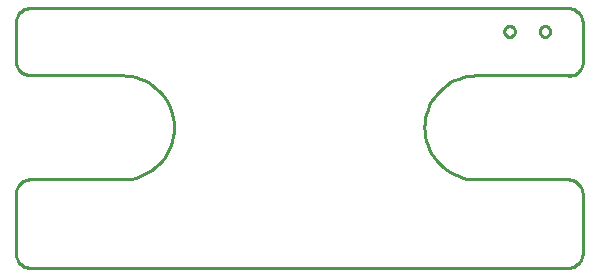
<source format=gbr>
G04 EAGLE Gerber RS-274X export*
G75*
%MOMM*%
%FSLAX34Y34*%
%LPD*%
%IN*%
%IPPOS*%
%AMOC8*
5,1,8,0,0,1.08239X$1,22.5*%
G01*
%ADD10C,0.254000*%


D10*
X0Y12700D02*
X48Y11593D01*
X193Y10495D01*
X433Y9413D01*
X766Y8356D01*
X1190Y7333D01*
X1701Y6350D01*
X2297Y5416D01*
X2971Y4537D01*
X3720Y3720D01*
X4537Y2971D01*
X5416Y2297D01*
X6350Y1701D01*
X7333Y1190D01*
X8356Y766D01*
X9413Y433D01*
X10495Y193D01*
X11593Y48D01*
X12700Y0D01*
X467300Y0D01*
X468407Y48D01*
X469505Y193D01*
X470587Y433D01*
X471644Y766D01*
X472667Y1190D01*
X473650Y1701D01*
X474584Y2297D01*
X475463Y2971D01*
X476280Y3720D01*
X477029Y4537D01*
X477703Y5416D01*
X478299Y6350D01*
X478810Y7333D01*
X479234Y8356D01*
X479567Y9413D01*
X479807Y10495D01*
X479952Y11593D01*
X480000Y12700D01*
X480000Y62300D01*
X479952Y63407D01*
X479807Y64505D01*
X479567Y65587D01*
X479234Y66644D01*
X478810Y67667D01*
X478299Y68650D01*
X477703Y69584D01*
X477029Y70463D01*
X476280Y71280D01*
X475463Y72029D01*
X474584Y72703D01*
X473650Y73299D01*
X472667Y73810D01*
X471644Y74234D01*
X470587Y74567D01*
X469505Y74807D01*
X468407Y74952D01*
X467300Y75000D01*
X390000Y75000D01*
X386165Y75167D01*
X382359Y75668D01*
X378612Y76499D01*
X374951Y77654D01*
X371405Y79122D01*
X368000Y80895D01*
X364763Y82957D01*
X361717Y85294D01*
X358887Y87887D01*
X356294Y90717D01*
X353957Y93763D01*
X351895Y97000D01*
X350122Y100405D01*
X348654Y103951D01*
X347499Y107612D01*
X346668Y111359D01*
X346167Y115165D01*
X346000Y119000D01*
X346167Y122835D01*
X346668Y126641D01*
X347499Y130388D01*
X348654Y134049D01*
X350122Y137595D01*
X351895Y141000D01*
X353957Y144237D01*
X356294Y147283D01*
X358887Y150113D01*
X361717Y152706D01*
X364763Y155043D01*
X368000Y157105D01*
X371405Y158878D01*
X374951Y160346D01*
X378612Y161501D01*
X382359Y162332D01*
X386165Y162833D01*
X390000Y163000D01*
X467300Y163000D01*
X468282Y162912D01*
X469268Y162910D01*
X470250Y162993D01*
X471221Y163162D01*
X472174Y163415D01*
X473101Y163751D01*
X473995Y164165D01*
X474850Y164656D01*
X475659Y165220D01*
X476416Y165852D01*
X477114Y166547D01*
X477750Y167301D01*
X478317Y168107D01*
X478812Y168960D01*
X479230Y169852D01*
X479569Y170778D01*
X479827Y171730D01*
X480000Y172700D01*
X480000Y207300D01*
X479952Y208407D01*
X479807Y209505D01*
X479567Y210587D01*
X479234Y211644D01*
X478810Y212667D01*
X478299Y213650D01*
X477703Y214584D01*
X477029Y215463D01*
X476280Y216280D01*
X475463Y217029D01*
X474584Y217703D01*
X473650Y218299D01*
X472667Y218810D01*
X471644Y219234D01*
X470587Y219567D01*
X469505Y219807D01*
X468407Y219952D01*
X467300Y220000D01*
X12700Y220000D01*
X11593Y219952D01*
X10495Y219807D01*
X9413Y219567D01*
X8356Y219234D01*
X7333Y218810D01*
X6350Y218299D01*
X5416Y217703D01*
X4537Y217029D01*
X3720Y216280D01*
X2971Y215463D01*
X2297Y214584D01*
X1701Y213650D01*
X1190Y212667D01*
X766Y211644D01*
X433Y210587D01*
X193Y209505D01*
X48Y208407D01*
X0Y207300D01*
X0Y175700D01*
X48Y174593D01*
X193Y173495D01*
X433Y172413D01*
X766Y171356D01*
X1190Y170333D01*
X1701Y169350D01*
X2297Y168416D01*
X2971Y167537D01*
X3720Y166720D01*
X4537Y165971D01*
X5416Y165297D01*
X6350Y164701D01*
X7333Y164190D01*
X8356Y163766D01*
X9413Y163433D01*
X10495Y163193D01*
X11593Y163048D01*
X12700Y163000D01*
X90000Y163000D01*
X93835Y162833D01*
X97641Y162332D01*
X101388Y161501D01*
X105049Y160346D01*
X108595Y158878D01*
X112000Y157105D01*
X115237Y155043D01*
X118283Y152706D01*
X121113Y150113D01*
X123706Y147283D01*
X126043Y144237D01*
X128105Y141000D01*
X129878Y137595D01*
X131346Y134049D01*
X132501Y130388D01*
X133332Y126641D01*
X133833Y122835D01*
X134000Y119000D01*
X133833Y115165D01*
X133332Y111359D01*
X132501Y107612D01*
X131346Y103951D01*
X129878Y100405D01*
X128105Y97000D01*
X126043Y93763D01*
X123706Y90717D01*
X121113Y87887D01*
X118283Y85294D01*
X115237Y82957D01*
X112000Y80895D01*
X108595Y79122D01*
X105049Y77654D01*
X101388Y76499D01*
X97641Y75668D01*
X93835Y75167D01*
X90000Y75000D01*
X12700Y75000D01*
X11593Y74952D01*
X10495Y74807D01*
X9413Y74567D01*
X8356Y74234D01*
X7333Y73810D01*
X6350Y73299D01*
X5416Y72703D01*
X4537Y72029D01*
X3720Y71280D01*
X2971Y70463D01*
X2297Y69584D01*
X1701Y68650D01*
X1190Y67667D01*
X766Y66644D01*
X433Y65587D01*
X193Y64505D01*
X48Y63407D01*
X0Y62300D01*
X0Y12700D01*
X422570Y199885D02*
X422493Y199300D01*
X422340Y198730D01*
X422115Y198185D01*
X421820Y197675D01*
X421461Y197207D01*
X421043Y196789D01*
X420575Y196430D01*
X420065Y196135D01*
X419520Y195910D01*
X418950Y195757D01*
X418365Y195680D01*
X417775Y195680D01*
X417190Y195757D01*
X416620Y195910D01*
X416075Y196135D01*
X415565Y196430D01*
X415097Y196789D01*
X414679Y197207D01*
X414320Y197675D01*
X414025Y198185D01*
X413800Y198730D01*
X413647Y199300D01*
X413570Y199885D01*
X413570Y200475D01*
X413647Y201060D01*
X413800Y201630D01*
X414025Y202175D01*
X414320Y202685D01*
X414679Y203153D01*
X415097Y203571D01*
X415565Y203930D01*
X416075Y204225D01*
X416620Y204450D01*
X417190Y204603D01*
X417775Y204680D01*
X418365Y204680D01*
X418950Y204603D01*
X419520Y204450D01*
X420065Y204225D01*
X420575Y203930D01*
X421043Y203571D01*
X421461Y203153D01*
X421820Y202685D01*
X422115Y202175D01*
X422340Y201630D01*
X422493Y201060D01*
X422570Y200475D01*
X422570Y199885D01*
X452570Y199885D02*
X452493Y199300D01*
X452340Y198730D01*
X452115Y198185D01*
X451820Y197675D01*
X451461Y197207D01*
X451043Y196789D01*
X450575Y196430D01*
X450065Y196135D01*
X449520Y195910D01*
X448950Y195757D01*
X448365Y195680D01*
X447775Y195680D01*
X447190Y195757D01*
X446620Y195910D01*
X446075Y196135D01*
X445565Y196430D01*
X445097Y196789D01*
X444679Y197207D01*
X444320Y197675D01*
X444025Y198185D01*
X443800Y198730D01*
X443647Y199300D01*
X443570Y199885D01*
X443570Y200475D01*
X443647Y201060D01*
X443800Y201630D01*
X444025Y202175D01*
X444320Y202685D01*
X444679Y203153D01*
X445097Y203571D01*
X445565Y203930D01*
X446075Y204225D01*
X446620Y204450D01*
X447190Y204603D01*
X447775Y204680D01*
X448365Y204680D01*
X448950Y204603D01*
X449520Y204450D01*
X450065Y204225D01*
X450575Y203930D01*
X451043Y203571D01*
X451461Y203153D01*
X451820Y202685D01*
X452115Y202175D01*
X452340Y201630D01*
X452493Y201060D01*
X452570Y200475D01*
X452570Y199885D01*
M02*

</source>
